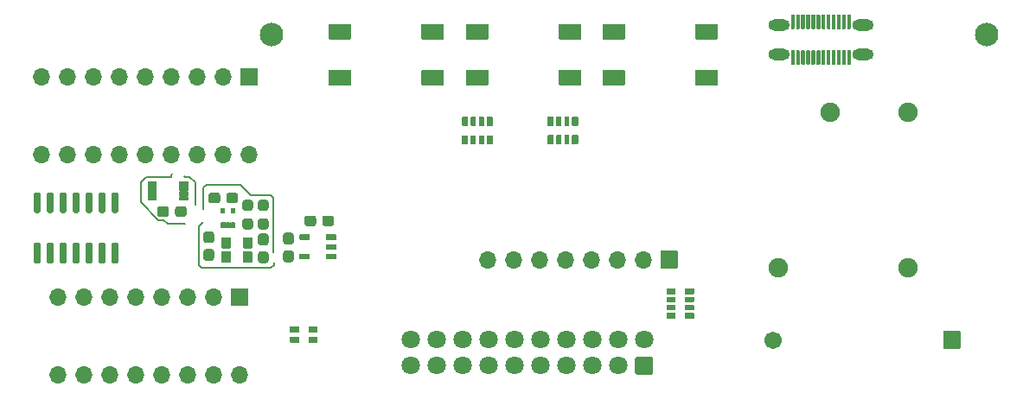
<source format=gts>
G04 #@! TF.GenerationSoftware,KiCad,Pcbnew,(5.1.7)-1*
G04 #@! TF.CreationDate,2021-11-14T21:58:53-06:00*
G04 #@! TF.ProjectId,PIC-nixie,5049432d-6e69-4786-9965-2e6b69636164,rev?*
G04 #@! TF.SameCoordinates,Original*
G04 #@! TF.FileFunction,Soldermask,Top*
G04 #@! TF.FilePolarity,Negative*
%FSLAX46Y46*%
G04 Gerber Fmt 4.6, Leading zero omitted, Abs format (unit mm)*
G04 Created by KiCad (PCBNEW (5.1.7)-1) date 2021-11-14 21:58:53*
%MOMM*%
%LPD*%
G01*
G04 APERTURE LIST*
%ADD10C,0.150000*%
%ADD11C,2.301600*%
%ADD12C,1.701800*%
%ADD13O,2.101600X1.101600*%
%ADD14O,1.701600X1.701600*%
%ADD15C,1.801600*%
%ADD16C,1.901600*%
%ADD17C,0.100000*%
G04 APERTURE END LIST*
D10*
X117810000Y-106840000D02*
X118250000Y-106400000D01*
X117810000Y-110640000D02*
X117810000Y-106840000D01*
X118090000Y-110920000D02*
X117810000Y-110640000D01*
X124890000Y-110920000D02*
X118090000Y-110920000D01*
X125180000Y-110640000D02*
X124890000Y-110920000D01*
X125180000Y-110410000D02*
X125180000Y-110640000D01*
X125170000Y-104060000D02*
X125170000Y-109400000D01*
X124900000Y-103800000D02*
X125170000Y-104060000D01*
X122900000Y-103800000D02*
X124900000Y-103800000D01*
X121900000Y-102800000D02*
X122900000Y-103800000D01*
X118600000Y-102800000D02*
X121900000Y-102800000D01*
X118300000Y-103000000D02*
X118600000Y-102800000D01*
X118300000Y-105100000D02*
X118300000Y-103000000D01*
X117490000Y-102540000D02*
X117480000Y-104730000D01*
X116930000Y-102000000D02*
X117490000Y-102540000D01*
X116900000Y-102000000D02*
X116930000Y-102000000D01*
X116500000Y-102000000D02*
X116900000Y-102000000D01*
X116400000Y-101900000D02*
X116500000Y-102000000D01*
X115100000Y-101800000D02*
X115200000Y-101700000D01*
X115100000Y-102000000D02*
X115100000Y-101800000D01*
X112700000Y-102000000D02*
X115100000Y-102000000D01*
X112170000Y-102550000D02*
X112700000Y-102000000D01*
X112170000Y-103630000D02*
X112170000Y-102550000D01*
X112200000Y-103700000D02*
X112170000Y-103630000D01*
X112200000Y-104500000D02*
X112200000Y-103700000D01*
X113900000Y-106200000D02*
X112200000Y-104500000D01*
X114400000Y-106200000D02*
X113900000Y-106200000D01*
X114800000Y-106600000D02*
X114400000Y-106200000D01*
X116500000Y-106600000D02*
X114800000Y-106600000D01*
X117810000Y-106840000D02*
X118250000Y-106400000D01*
X117810000Y-110640000D02*
X117810000Y-106840000D01*
X118090000Y-110920000D02*
X117810000Y-110640000D01*
X124890000Y-110920000D02*
X118090000Y-110920000D01*
X125180000Y-110640000D02*
X124890000Y-110920000D01*
X125180000Y-110410000D02*
X125180000Y-110640000D01*
X125170000Y-104060000D02*
X125170000Y-109400000D01*
X124900000Y-103800000D02*
X125170000Y-104060000D01*
X122900000Y-103800000D02*
X124900000Y-103800000D01*
X121900000Y-102800000D02*
X122900000Y-103800000D01*
X118600000Y-102800000D02*
X121900000Y-102800000D01*
X118300000Y-103000000D02*
X118600000Y-102800000D01*
X118300000Y-105100000D02*
X118300000Y-103000000D01*
X117490000Y-102540000D02*
X117480000Y-104730000D01*
X116930000Y-102000000D02*
X117490000Y-102540000D01*
X116900000Y-102000000D02*
X116930000Y-102000000D01*
X116500000Y-102000000D02*
X116900000Y-102000000D01*
X116400000Y-101900000D02*
X116500000Y-102000000D01*
X115100000Y-101800000D02*
X115200000Y-101700000D01*
X115100000Y-102000000D02*
X115100000Y-101800000D01*
X112700000Y-102000000D02*
X115100000Y-102000000D01*
X112170000Y-102550000D02*
X112700000Y-102000000D01*
X112170000Y-103630000D02*
X112170000Y-102550000D01*
X112200000Y-103700000D02*
X112170000Y-103630000D01*
X112200000Y-104500000D02*
X112200000Y-103700000D01*
X113900000Y-106200000D02*
X112200000Y-104500000D01*
X114400000Y-106200000D02*
X113900000Y-106200000D01*
X114800000Y-106600000D02*
X114400000Y-106200000D01*
X116500000Y-106600000D02*
X114800000Y-106600000D01*
G36*
G01*
X152029999Y-96089200D02*
X152530001Y-96089200D01*
G75*
G02*
X152580800Y-96139999I0J-50799D01*
G01*
X152580800Y-96940001D01*
G75*
G02*
X152530001Y-96990800I-50799J0D01*
G01*
X152029999Y-96990800D01*
G75*
G02*
X151979200Y-96940001I0J50799D01*
G01*
X151979200Y-96139999D01*
G75*
G02*
X152029999Y-96089200I50799J0D01*
G01*
G37*
G36*
G01*
X152880000Y-96089200D02*
X153280000Y-96089200D01*
G75*
G02*
X153330800Y-96140000I0J-50800D01*
G01*
X153330800Y-96940000D01*
G75*
G02*
X153280000Y-96990800I-50800J0D01*
G01*
X152880000Y-96990800D01*
G75*
G02*
X152829200Y-96940000I0J50800D01*
G01*
X152829200Y-96140000D01*
G75*
G02*
X152880000Y-96089200I50800J0D01*
G01*
G37*
G36*
G01*
X154429999Y-96089200D02*
X154930001Y-96089200D01*
G75*
G02*
X154980800Y-96139999I0J-50799D01*
G01*
X154980800Y-96940001D01*
G75*
G02*
X154930001Y-96990800I-50799J0D01*
G01*
X154429999Y-96990800D01*
G75*
G02*
X154379200Y-96940001I0J50799D01*
G01*
X154379200Y-96139999D01*
G75*
G02*
X154429999Y-96089200I50799J0D01*
G01*
G37*
G36*
G01*
X153680000Y-96089200D02*
X154080000Y-96089200D01*
G75*
G02*
X154130800Y-96140000I0J-50800D01*
G01*
X154130800Y-96940000D01*
G75*
G02*
X154080000Y-96990800I-50800J0D01*
G01*
X153680000Y-96990800D01*
G75*
G02*
X153629200Y-96940000I0J50800D01*
G01*
X153629200Y-96140000D01*
G75*
G02*
X153680000Y-96089200I50800J0D01*
G01*
G37*
G36*
G01*
X152029999Y-97889200D02*
X152530001Y-97889200D01*
G75*
G02*
X152580800Y-97939999I0J-50799D01*
G01*
X152580800Y-98740001D01*
G75*
G02*
X152530001Y-98790800I-50799J0D01*
G01*
X152029999Y-98790800D01*
G75*
G02*
X151979200Y-98740001I0J50799D01*
G01*
X151979200Y-97939999D01*
G75*
G02*
X152029999Y-97889200I50799J0D01*
G01*
G37*
G36*
G01*
X153680000Y-97889200D02*
X154080000Y-97889200D01*
G75*
G02*
X154130800Y-97940000I0J-50800D01*
G01*
X154130800Y-98740000D01*
G75*
G02*
X154080000Y-98790800I-50800J0D01*
G01*
X153680000Y-98790800D01*
G75*
G02*
X153629200Y-98740000I0J50800D01*
G01*
X153629200Y-97940000D01*
G75*
G02*
X153680000Y-97889200I50800J0D01*
G01*
G37*
G36*
G01*
X152880000Y-97889200D02*
X153280000Y-97889200D01*
G75*
G02*
X153330800Y-97940000I0J-50800D01*
G01*
X153330800Y-98740000D01*
G75*
G02*
X153280000Y-98790800I-50800J0D01*
G01*
X152880000Y-98790800D01*
G75*
G02*
X152829200Y-98740000I0J50800D01*
G01*
X152829200Y-97940000D01*
G75*
G02*
X152880000Y-97889200I50800J0D01*
G01*
G37*
G36*
G01*
X154429999Y-97889200D02*
X154930001Y-97889200D01*
G75*
G02*
X154980800Y-97939999I0J-50799D01*
G01*
X154980800Y-98740001D01*
G75*
G02*
X154930001Y-98790800I-50799J0D01*
G01*
X154429999Y-98790800D01*
G75*
G02*
X154379200Y-98740001I0J50799D01*
G01*
X154379200Y-97939999D01*
G75*
G02*
X154429999Y-97889200I50799J0D01*
G01*
G37*
D11*
X125000000Y-88000000D03*
G36*
G01*
X192430900Y-117165900D02*
X192430900Y-118766100D01*
G75*
G02*
X192380100Y-118816900I-50800J0D01*
G01*
X190779900Y-118816900D01*
G75*
G02*
X190729100Y-118766100I0J50800D01*
G01*
X190729100Y-117165900D01*
G75*
G02*
X190779900Y-117115100I50800J0D01*
G01*
X192380100Y-117115100D01*
G75*
G02*
X192430900Y-117165900I0J-50800D01*
G01*
G37*
D12*
X174080000Y-117966000D03*
G36*
G01*
X128725300Y-109584101D02*
X128725300Y-110015901D01*
G75*
G02*
X128674500Y-110066701I-50800J0D01*
G01*
X127747400Y-110066701D01*
G75*
G02*
X127696600Y-110015901I0J50800D01*
G01*
X127696600Y-109584101D01*
G75*
G02*
X127747400Y-109533301I50800J0D01*
G01*
X128674500Y-109533301D01*
G75*
G02*
X128725300Y-109584101I0J-50800D01*
G01*
G37*
G36*
G01*
X128725300Y-107684099D02*
X128725300Y-108115899D01*
G75*
G02*
X128674500Y-108166699I-50800J0D01*
G01*
X127747400Y-108166699D01*
G75*
G02*
X127696600Y-108115899I0J50800D01*
G01*
X127696600Y-107684099D01*
G75*
G02*
X127747400Y-107633299I50800J0D01*
G01*
X128674500Y-107633299D01*
G75*
G02*
X128725300Y-107684099I0J-50800D01*
G01*
G37*
G36*
G01*
X131303400Y-107684099D02*
X131303400Y-108115899D01*
G75*
G02*
X131252600Y-108166699I-50800J0D01*
G01*
X130325500Y-108166699D01*
G75*
G02*
X130274700Y-108115899I0J50800D01*
G01*
X130274700Y-107684099D01*
G75*
G02*
X130325500Y-107633299I50800J0D01*
G01*
X131252600Y-107633299D01*
G75*
G02*
X131303400Y-107684099I0J-50800D01*
G01*
G37*
G36*
G01*
X131303400Y-108634100D02*
X131303400Y-109065900D01*
G75*
G02*
X131252600Y-109116700I-50800J0D01*
G01*
X130325500Y-109116700D01*
G75*
G02*
X130274700Y-109065900I0J50800D01*
G01*
X130274700Y-108634100D01*
G75*
G02*
X130325500Y-108583300I50800J0D01*
G01*
X131252600Y-108583300D01*
G75*
G02*
X131303400Y-108634100I0J-50800D01*
G01*
G37*
G36*
G01*
X131303400Y-109584101D02*
X131303400Y-110015901D01*
G75*
G02*
X131252600Y-110066701I-50800J0D01*
G01*
X130325500Y-110066701D01*
G75*
G02*
X130274700Y-110015901I0J50800D01*
G01*
X130274700Y-109584101D01*
G75*
G02*
X130325500Y-109533301I50800J0D01*
G01*
X131252600Y-109533301D01*
G75*
G02*
X131303400Y-109584101I0J-50800D01*
G01*
G37*
D11*
X195000000Y-88000000D03*
D13*
X174650000Y-87064000D03*
X182850000Y-87064000D03*
X174650000Y-90004000D03*
X182850000Y-90004000D03*
G36*
G01*
X178314200Y-87434000D02*
X178314200Y-86134000D01*
G75*
G02*
X178365000Y-86083200I50800J0D01*
G01*
X178635000Y-86083200D01*
G75*
G02*
X178685800Y-86134000I0J-50800D01*
G01*
X178685800Y-87434000D01*
G75*
G02*
X178635000Y-87484800I-50800J0D01*
G01*
X178365000Y-87484800D01*
G75*
G02*
X178314200Y-87434000I0J50800D01*
G01*
G37*
G36*
G01*
X177814200Y-87434000D02*
X177814200Y-86134000D01*
G75*
G02*
X177865000Y-86083200I50800J0D01*
G01*
X178135000Y-86083200D01*
G75*
G02*
X178185800Y-86134000I0J-50800D01*
G01*
X178185800Y-87434000D01*
G75*
G02*
X178135000Y-87484800I-50800J0D01*
G01*
X177865000Y-87484800D01*
G75*
G02*
X177814200Y-87434000I0J50800D01*
G01*
G37*
G36*
G01*
X177314200Y-87434000D02*
X177314200Y-86134000D01*
G75*
G02*
X177365000Y-86083200I50800J0D01*
G01*
X177635000Y-86083200D01*
G75*
G02*
X177685800Y-86134000I0J-50800D01*
G01*
X177685800Y-87434000D01*
G75*
G02*
X177635000Y-87484800I-50800J0D01*
G01*
X177365000Y-87484800D01*
G75*
G02*
X177314200Y-87434000I0J50800D01*
G01*
G37*
G36*
G01*
X176814200Y-87434000D02*
X176814200Y-86134000D01*
G75*
G02*
X176865000Y-86083200I50800J0D01*
G01*
X177135000Y-86083200D01*
G75*
G02*
X177185800Y-86134000I0J-50800D01*
G01*
X177185800Y-87434000D01*
G75*
G02*
X177135000Y-87484800I-50800J0D01*
G01*
X176865000Y-87484800D01*
G75*
G02*
X176814200Y-87434000I0J50800D01*
G01*
G37*
G36*
G01*
X176314200Y-87434000D02*
X176314200Y-86134000D01*
G75*
G02*
X176365000Y-86083200I50800J0D01*
G01*
X176635000Y-86083200D01*
G75*
G02*
X176685800Y-86134000I0J-50800D01*
G01*
X176685800Y-87434000D01*
G75*
G02*
X176635000Y-87484800I-50800J0D01*
G01*
X176365000Y-87484800D01*
G75*
G02*
X176314200Y-87434000I0J50800D01*
G01*
G37*
G36*
G01*
X175814200Y-87434000D02*
X175814200Y-86134000D01*
G75*
G02*
X175865000Y-86083200I50800J0D01*
G01*
X176135000Y-86083200D01*
G75*
G02*
X176185800Y-86134000I0J-50800D01*
G01*
X176185800Y-87434000D01*
G75*
G02*
X176135000Y-87484800I-50800J0D01*
G01*
X175865000Y-87484800D01*
G75*
G02*
X175814200Y-87434000I0J50800D01*
G01*
G37*
G36*
G01*
X181314200Y-87434000D02*
X181314200Y-86134000D01*
G75*
G02*
X181365000Y-86083200I50800J0D01*
G01*
X181635000Y-86083200D01*
G75*
G02*
X181685800Y-86134000I0J-50800D01*
G01*
X181685800Y-87434000D01*
G75*
G02*
X181635000Y-87484800I-50800J0D01*
G01*
X181365000Y-87484800D01*
G75*
G02*
X181314200Y-87434000I0J50800D01*
G01*
G37*
G36*
G01*
X180814200Y-87434000D02*
X180814200Y-86134000D01*
G75*
G02*
X180865000Y-86083200I50800J0D01*
G01*
X181135000Y-86083200D01*
G75*
G02*
X181185800Y-86134000I0J-50800D01*
G01*
X181185800Y-87434000D01*
G75*
G02*
X181135000Y-87484800I-50800J0D01*
G01*
X180865000Y-87484800D01*
G75*
G02*
X180814200Y-87434000I0J50800D01*
G01*
G37*
G36*
G01*
X180314200Y-87434000D02*
X180314200Y-86134000D01*
G75*
G02*
X180365000Y-86083200I50800J0D01*
G01*
X180635000Y-86083200D01*
G75*
G02*
X180685800Y-86134000I0J-50800D01*
G01*
X180685800Y-87434000D01*
G75*
G02*
X180635000Y-87484800I-50800J0D01*
G01*
X180365000Y-87484800D01*
G75*
G02*
X180314200Y-87434000I0J50800D01*
G01*
G37*
G36*
G01*
X179814200Y-87434000D02*
X179814200Y-86134000D01*
G75*
G02*
X179865000Y-86083200I50800J0D01*
G01*
X180135000Y-86083200D01*
G75*
G02*
X180185800Y-86134000I0J-50800D01*
G01*
X180185800Y-87434000D01*
G75*
G02*
X180135000Y-87484800I-50800J0D01*
G01*
X179865000Y-87484800D01*
G75*
G02*
X179814200Y-87434000I0J50800D01*
G01*
G37*
G36*
G01*
X179314200Y-87434000D02*
X179314200Y-86134000D01*
G75*
G02*
X179365000Y-86083200I50800J0D01*
G01*
X179635000Y-86083200D01*
G75*
G02*
X179685800Y-86134000I0J-50800D01*
G01*
X179685800Y-87434000D01*
G75*
G02*
X179635000Y-87484800I-50800J0D01*
G01*
X179365000Y-87484800D01*
G75*
G02*
X179314200Y-87434000I0J50800D01*
G01*
G37*
G36*
G01*
X178814200Y-87434000D02*
X178814200Y-86134000D01*
G75*
G02*
X178865000Y-86083200I50800J0D01*
G01*
X179135000Y-86083200D01*
G75*
G02*
X179185800Y-86134000I0J-50800D01*
G01*
X179185800Y-87434000D01*
G75*
G02*
X179135000Y-87484800I-50800J0D01*
G01*
X178865000Y-87484800D01*
G75*
G02*
X178814200Y-87434000I0J50800D01*
G01*
G37*
G36*
G01*
X175814200Y-90934000D02*
X175814200Y-89634000D01*
G75*
G02*
X175865000Y-89583200I50800J0D01*
G01*
X176135000Y-89583200D01*
G75*
G02*
X176185800Y-89634000I0J-50800D01*
G01*
X176185800Y-90934000D01*
G75*
G02*
X176135000Y-90984800I-50800J0D01*
G01*
X175865000Y-90984800D01*
G75*
G02*
X175814200Y-90934000I0J50800D01*
G01*
G37*
G36*
G01*
X176314200Y-90934000D02*
X176314200Y-89634000D01*
G75*
G02*
X176365000Y-89583200I50800J0D01*
G01*
X176635000Y-89583200D01*
G75*
G02*
X176685800Y-89634000I0J-50800D01*
G01*
X176685800Y-90934000D01*
G75*
G02*
X176635000Y-90984800I-50800J0D01*
G01*
X176365000Y-90984800D01*
G75*
G02*
X176314200Y-90934000I0J50800D01*
G01*
G37*
G36*
G01*
X176814200Y-90934000D02*
X176814200Y-89634000D01*
G75*
G02*
X176865000Y-89583200I50800J0D01*
G01*
X177135000Y-89583200D01*
G75*
G02*
X177185800Y-89634000I0J-50800D01*
G01*
X177185800Y-90934000D01*
G75*
G02*
X177135000Y-90984800I-50800J0D01*
G01*
X176865000Y-90984800D01*
G75*
G02*
X176814200Y-90934000I0J50800D01*
G01*
G37*
G36*
G01*
X177314200Y-90934000D02*
X177314200Y-89634000D01*
G75*
G02*
X177365000Y-89583200I50800J0D01*
G01*
X177635000Y-89583200D01*
G75*
G02*
X177685800Y-89634000I0J-50800D01*
G01*
X177685800Y-90934000D01*
G75*
G02*
X177635000Y-90984800I-50800J0D01*
G01*
X177365000Y-90984800D01*
G75*
G02*
X177314200Y-90934000I0J50800D01*
G01*
G37*
G36*
G01*
X177814200Y-90934000D02*
X177814200Y-89634000D01*
G75*
G02*
X177865000Y-89583200I50800J0D01*
G01*
X178135000Y-89583200D01*
G75*
G02*
X178185800Y-89634000I0J-50800D01*
G01*
X178185800Y-90934000D01*
G75*
G02*
X178135000Y-90984800I-50800J0D01*
G01*
X177865000Y-90984800D01*
G75*
G02*
X177814200Y-90934000I0J50800D01*
G01*
G37*
G36*
G01*
X178314200Y-90934000D02*
X178314200Y-89634000D01*
G75*
G02*
X178365000Y-89583200I50800J0D01*
G01*
X178635000Y-89583200D01*
G75*
G02*
X178685800Y-89634000I0J-50800D01*
G01*
X178685800Y-90934000D01*
G75*
G02*
X178635000Y-90984800I-50800J0D01*
G01*
X178365000Y-90984800D01*
G75*
G02*
X178314200Y-90934000I0J50800D01*
G01*
G37*
G36*
G01*
X178814200Y-90934000D02*
X178814200Y-89634000D01*
G75*
G02*
X178865000Y-89583200I50800J0D01*
G01*
X179135000Y-89583200D01*
G75*
G02*
X179185800Y-89634000I0J-50800D01*
G01*
X179185800Y-90934000D01*
G75*
G02*
X179135000Y-90984800I-50800J0D01*
G01*
X178865000Y-90984800D01*
G75*
G02*
X178814200Y-90934000I0J50800D01*
G01*
G37*
G36*
G01*
X179814200Y-90934000D02*
X179814200Y-89634000D01*
G75*
G02*
X179865000Y-89583200I50800J0D01*
G01*
X180135000Y-89583200D01*
G75*
G02*
X180185800Y-89634000I0J-50800D01*
G01*
X180185800Y-90934000D01*
G75*
G02*
X180135000Y-90984800I-50800J0D01*
G01*
X179865000Y-90984800D01*
G75*
G02*
X179814200Y-90934000I0J50800D01*
G01*
G37*
G36*
G01*
X179314200Y-90934000D02*
X179314200Y-89634000D01*
G75*
G02*
X179365000Y-89583200I50800J0D01*
G01*
X179635000Y-89583200D01*
G75*
G02*
X179685800Y-89634000I0J-50800D01*
G01*
X179685800Y-90934000D01*
G75*
G02*
X179635000Y-90984800I-50800J0D01*
G01*
X179365000Y-90984800D01*
G75*
G02*
X179314200Y-90934000I0J50800D01*
G01*
G37*
G36*
G01*
X180314200Y-90934000D02*
X180314200Y-89634000D01*
G75*
G02*
X180365000Y-89583200I50800J0D01*
G01*
X180635000Y-89583200D01*
G75*
G02*
X180685800Y-89634000I0J-50800D01*
G01*
X180685800Y-90934000D01*
G75*
G02*
X180635000Y-90984800I-50800J0D01*
G01*
X180365000Y-90984800D01*
G75*
G02*
X180314200Y-90934000I0J50800D01*
G01*
G37*
G36*
G01*
X180814200Y-90934000D02*
X180814200Y-89634000D01*
G75*
G02*
X180865000Y-89583200I50800J0D01*
G01*
X181135000Y-89583200D01*
G75*
G02*
X181185800Y-89634000I0J-50800D01*
G01*
X181185800Y-90934000D01*
G75*
G02*
X181135000Y-90984800I-50800J0D01*
G01*
X180865000Y-90984800D01*
G75*
G02*
X180814200Y-90934000I0J50800D01*
G01*
G37*
G36*
G01*
X181314200Y-90934000D02*
X181314200Y-89634000D01*
G75*
G02*
X181365000Y-89583200I50800J0D01*
G01*
X181635000Y-89583200D01*
G75*
G02*
X181685800Y-89634000I0J-50800D01*
G01*
X181685800Y-90934000D01*
G75*
G02*
X181635000Y-90984800I-50800J0D01*
G01*
X181365000Y-90984800D01*
G75*
G02*
X181314200Y-90934000I0J50800D01*
G01*
G37*
G36*
G01*
X121000000Y-112924200D02*
X122600000Y-112924200D01*
G75*
G02*
X122650800Y-112975000I0J-50800D01*
G01*
X122650800Y-114575000D01*
G75*
G02*
X122600000Y-114625800I-50800J0D01*
G01*
X121000000Y-114625800D01*
G75*
G02*
X120949200Y-114575000I0J50800D01*
G01*
X120949200Y-112975000D01*
G75*
G02*
X121000000Y-112924200I50800J0D01*
G01*
G37*
D14*
X104020000Y-121395000D03*
X119260000Y-113775000D03*
X106560000Y-121395000D03*
X116720000Y-113775000D03*
X109100000Y-121395000D03*
X114180000Y-113775000D03*
X111640000Y-121395000D03*
X111640000Y-113775000D03*
X114180000Y-121395000D03*
X109100000Y-113775000D03*
X116720000Y-121395000D03*
X106560000Y-113775000D03*
X119260000Y-121395000D03*
X104020000Y-113775000D03*
X121800000Y-121395000D03*
G36*
G01*
X162065859Y-121400800D02*
X160794141Y-121400800D01*
G75*
G02*
X160529200Y-121135859I0J264941D01*
G01*
X160529200Y-119864141D01*
G75*
G02*
X160794141Y-119599200I264941J0D01*
G01*
X162065859Y-119599200D01*
G75*
G02*
X162330800Y-119864141I0J-264941D01*
G01*
X162330800Y-121135859D01*
G75*
G02*
X162065859Y-121400800I-264941J0D01*
G01*
G37*
D15*
X158890000Y-120500000D03*
X156350000Y-120500000D03*
X153810000Y-120500000D03*
X151270000Y-120500000D03*
X148730000Y-120500000D03*
X146190000Y-120500000D03*
X143650000Y-120500000D03*
X141110000Y-120500000D03*
X138570000Y-120500000D03*
X161430000Y-117960000D03*
X158890000Y-117960000D03*
X156350000Y-117960000D03*
X153810000Y-117960000D03*
X151270000Y-117960000D03*
X148730000Y-117960000D03*
X146190000Y-117960000D03*
X143650000Y-117960000D03*
X141110000Y-117960000D03*
X138570000Y-117960000D03*
G36*
G01*
X112875000Y-102394200D02*
X113675000Y-102394200D01*
G75*
G02*
X113725800Y-102445000I0J-50800D01*
G01*
X113725800Y-102745000D01*
G75*
G02*
X113675000Y-102795800I-50800J0D01*
G01*
X112875000Y-102795800D01*
G75*
G02*
X112824200Y-102745000I0J50800D01*
G01*
X112824200Y-102445000D01*
G75*
G02*
X112875000Y-102394200I50800J0D01*
G01*
G37*
G36*
G01*
X112875000Y-102894200D02*
X113675000Y-102894200D01*
G75*
G02*
X113725800Y-102945000I0J-50800D01*
G01*
X113725800Y-103245000D01*
G75*
G02*
X113675000Y-103295800I-50800J0D01*
G01*
X112875000Y-103295800D01*
G75*
G02*
X112824200Y-103245000I0J50800D01*
G01*
X112824200Y-102945000D01*
G75*
G02*
X112875000Y-102894200I50800J0D01*
G01*
G37*
G36*
G01*
X112875000Y-103394200D02*
X113675000Y-103394200D01*
G75*
G02*
X113725800Y-103445000I0J-50800D01*
G01*
X113725800Y-103745000D01*
G75*
G02*
X113675000Y-103795800I-50800J0D01*
G01*
X112875000Y-103795800D01*
G75*
G02*
X112824200Y-103745000I0J50800D01*
G01*
X112824200Y-103445000D01*
G75*
G02*
X112875000Y-103394200I50800J0D01*
G01*
G37*
G36*
G01*
X112875000Y-103894200D02*
X113675000Y-103894200D01*
G75*
G02*
X113725800Y-103945000I0J-50800D01*
G01*
X113725800Y-104245000D01*
G75*
G02*
X113675000Y-104295800I-50800J0D01*
G01*
X112875000Y-104295800D01*
G75*
G02*
X112824200Y-104245000I0J50800D01*
G01*
X112824200Y-103945000D01*
G75*
G02*
X112875000Y-103894200I50800J0D01*
G01*
G37*
G36*
G01*
X115975000Y-103894200D02*
X116775000Y-103894200D01*
G75*
G02*
X116825800Y-103945000I0J-50800D01*
G01*
X116825800Y-104245000D01*
G75*
G02*
X116775000Y-104295800I-50800J0D01*
G01*
X115975000Y-104295800D01*
G75*
G02*
X115924200Y-104245000I0J50800D01*
G01*
X115924200Y-103945000D01*
G75*
G02*
X115975000Y-103894200I50800J0D01*
G01*
G37*
G36*
G01*
X115975000Y-103394200D02*
X116775000Y-103394200D01*
G75*
G02*
X116825800Y-103445000I0J-50800D01*
G01*
X116825800Y-103745000D01*
G75*
G02*
X116775000Y-103795800I-50800J0D01*
G01*
X115975000Y-103795800D01*
G75*
G02*
X115924200Y-103745000I0J50800D01*
G01*
X115924200Y-103445000D01*
G75*
G02*
X115975000Y-103394200I50800J0D01*
G01*
G37*
G36*
G01*
X115975000Y-102894200D02*
X116775000Y-102894200D01*
G75*
G02*
X116825800Y-102945000I0J-50800D01*
G01*
X116825800Y-103245000D01*
G75*
G02*
X116775000Y-103295800I-50800J0D01*
G01*
X115975000Y-103295800D01*
G75*
G02*
X115924200Y-103245000I0J50800D01*
G01*
X115924200Y-102945000D01*
G75*
G02*
X115975000Y-102894200I50800J0D01*
G01*
G37*
G36*
G01*
X115975000Y-102394200D02*
X116775000Y-102394200D01*
G75*
G02*
X116825800Y-102445000I0J-50800D01*
G01*
X116825800Y-102745000D01*
G75*
G02*
X116775000Y-102795800I-50800J0D01*
G01*
X115975000Y-102795800D01*
G75*
G02*
X115924200Y-102745000I0J50800D01*
G01*
X115924200Y-102445000D01*
G75*
G02*
X115975000Y-102394200I50800J0D01*
G01*
G37*
G36*
G01*
X121350000Y-105596800D02*
X121050000Y-105596800D01*
G75*
G02*
X120999200Y-105546000I0J50800D01*
G01*
X120999200Y-105096000D01*
G75*
G02*
X121050000Y-105045200I50800J0D01*
G01*
X121350000Y-105045200D01*
G75*
G02*
X121400800Y-105096000I0J-50800D01*
G01*
X121400800Y-105546000D01*
G75*
G02*
X121350000Y-105596800I-50800J0D01*
G01*
G37*
G36*
G01*
X120850000Y-106996800D02*
X120550000Y-106996800D01*
G75*
G02*
X120499200Y-106946000I0J50800D01*
G01*
X120499200Y-106496000D01*
G75*
G02*
X120550000Y-106445200I50800J0D01*
G01*
X120850000Y-106445200D01*
G75*
G02*
X120900800Y-106496000I0J-50800D01*
G01*
X120900800Y-106946000D01*
G75*
G02*
X120850000Y-106996800I-50800J0D01*
G01*
G37*
G36*
G01*
X120350000Y-105596800D02*
X120050000Y-105596800D01*
G75*
G02*
X119999200Y-105546000I0J50800D01*
G01*
X119999200Y-105096000D01*
G75*
G02*
X120050000Y-105045200I50800J0D01*
G01*
X120350000Y-105045200D01*
G75*
G02*
X120400800Y-105096000I0J-50800D01*
G01*
X120400800Y-105546000D01*
G75*
G02*
X120350000Y-105596800I-50800J0D01*
G01*
G37*
G36*
G01*
X121350000Y-106996800D02*
X121050000Y-106996800D01*
G75*
G02*
X120999200Y-106946000I0J50800D01*
G01*
X120999200Y-106496000D01*
G75*
G02*
X121050000Y-106445200I50800J0D01*
G01*
X121350000Y-106445200D01*
G75*
G02*
X121400800Y-106496000I0J-50800D01*
G01*
X121400800Y-106946000D01*
G75*
G02*
X121350000Y-106996800I-50800J0D01*
G01*
G37*
G36*
G01*
X120350000Y-106996800D02*
X120050000Y-106996800D01*
G75*
G02*
X119999200Y-106946000I0J50800D01*
G01*
X119999200Y-106496000D01*
G75*
G02*
X120050000Y-106445200I50800J0D01*
G01*
X120350000Y-106445200D01*
G75*
G02*
X120400800Y-106496000I0J-50800D01*
G01*
X120400800Y-106946000D01*
G75*
G02*
X120350000Y-106996800I-50800J0D01*
G01*
G37*
G36*
G01*
X123065800Y-107939000D02*
X123065800Y-108939000D01*
G75*
G02*
X123015000Y-108989800I-50800J0D01*
G01*
X122215000Y-108989800D01*
G75*
G02*
X122164200Y-108939000I0J50800D01*
G01*
X122164200Y-107939000D01*
G75*
G02*
X122215000Y-107888200I50800J0D01*
G01*
X123015000Y-107888200D01*
G75*
G02*
X123065800Y-107939000I0J-50800D01*
G01*
G37*
G36*
G01*
X120965800Y-107939000D02*
X120965800Y-108939000D01*
G75*
G02*
X120915000Y-108989800I-50800J0D01*
G01*
X120115000Y-108989800D01*
G75*
G02*
X120064200Y-108939000I0J50800D01*
G01*
X120064200Y-107939000D01*
G75*
G02*
X120115000Y-107888200I50800J0D01*
G01*
X120915000Y-107888200D01*
G75*
G02*
X120965800Y-107939000I0J-50800D01*
G01*
G37*
G36*
G01*
X120965800Y-109339000D02*
X120965800Y-110339000D01*
G75*
G02*
X120915000Y-110389800I-50800J0D01*
G01*
X120115000Y-110389800D01*
G75*
G02*
X120064200Y-110339000I0J50800D01*
G01*
X120064200Y-109339000D01*
G75*
G02*
X120115000Y-109288200I50800J0D01*
G01*
X120915000Y-109288200D01*
G75*
G02*
X120965800Y-109339000I0J-50800D01*
G01*
G37*
G36*
G01*
X123065800Y-109339000D02*
X123065800Y-110339000D01*
G75*
G02*
X123015000Y-110389800I-50800J0D01*
G01*
X122215000Y-110389800D01*
G75*
G02*
X122164200Y-110339000I0J50800D01*
G01*
X122164200Y-109339000D01*
G75*
G02*
X122215000Y-109288200I50800J0D01*
G01*
X123015000Y-109288200D01*
G75*
G02*
X123065800Y-109339000I0J-50800D01*
G01*
G37*
G36*
G01*
X122893900Y-107137300D02*
X122368100Y-107137300D01*
G75*
G02*
X122105200Y-106874400I0J262900D01*
G01*
X122105200Y-106323600D01*
G75*
G02*
X122368100Y-106060700I262900J0D01*
G01*
X122893900Y-106060700D01*
G75*
G02*
X123156800Y-106323600I0J-262900D01*
G01*
X123156800Y-106874400D01*
G75*
G02*
X122893900Y-107137300I-262900J0D01*
G01*
G37*
G36*
G01*
X122893900Y-105312300D02*
X122368100Y-105312300D01*
G75*
G02*
X122105200Y-105049400I0J262900D01*
G01*
X122105200Y-104498600D01*
G75*
G02*
X122368100Y-104235700I262900J0D01*
G01*
X122893900Y-104235700D01*
G75*
G02*
X123156800Y-104498600I0J-262900D01*
G01*
X123156800Y-105049400D01*
G75*
G02*
X122893900Y-105312300I-262900J0D01*
G01*
G37*
G36*
G01*
X124417900Y-107137300D02*
X123892100Y-107137300D01*
G75*
G02*
X123629200Y-106874400I0J262900D01*
G01*
X123629200Y-106323600D01*
G75*
G02*
X123892100Y-106060700I262900J0D01*
G01*
X124417900Y-106060700D01*
G75*
G02*
X124680800Y-106323600I0J-262900D01*
G01*
X124680800Y-106874400D01*
G75*
G02*
X124417900Y-107137300I-262900J0D01*
G01*
G37*
G36*
G01*
X124417900Y-105312300D02*
X123892100Y-105312300D01*
G75*
G02*
X123629200Y-105049400I0J262900D01*
G01*
X123629200Y-104498600D01*
G75*
G02*
X123892100Y-104235700I262900J0D01*
G01*
X124417900Y-104235700D01*
G75*
G02*
X124680800Y-104498600I0J-262900D01*
G01*
X124680800Y-105049400D01*
G75*
G02*
X124417900Y-105312300I-262900J0D01*
G01*
G37*
G36*
G01*
X114918800Y-105118100D02*
X114918800Y-105643900D01*
G75*
G02*
X114655900Y-105906800I-262900J0D01*
G01*
X114030100Y-105906800D01*
G75*
G02*
X113767200Y-105643900I0J262900D01*
G01*
X113767200Y-105118100D01*
G75*
G02*
X114030100Y-104855200I262900J0D01*
G01*
X114655900Y-104855200D01*
G75*
G02*
X114918800Y-105118100I0J-262900D01*
G01*
G37*
G36*
G01*
X116668800Y-105118100D02*
X116668800Y-105643900D01*
G75*
G02*
X116405900Y-105906800I-262900J0D01*
G01*
X115780100Y-105906800D01*
G75*
G02*
X115517200Y-105643900I0J262900D01*
G01*
X115517200Y-105118100D01*
G75*
G02*
X115780100Y-104855200I262900J0D01*
G01*
X116405900Y-104855200D01*
G75*
G02*
X116668800Y-105118100I0J-262900D01*
G01*
G37*
G36*
G01*
X124417900Y-110448800D02*
X123892100Y-110448800D01*
G75*
G02*
X123629200Y-110185900I0J262900D01*
G01*
X123629200Y-109560100D01*
G75*
G02*
X123892100Y-109297200I262900J0D01*
G01*
X124417900Y-109297200D01*
G75*
G02*
X124680800Y-109560100I0J-262900D01*
G01*
X124680800Y-110185900D01*
G75*
G02*
X124417900Y-110448800I-262900J0D01*
G01*
G37*
G36*
G01*
X124417900Y-108698800D02*
X123892100Y-108698800D01*
G75*
G02*
X123629200Y-108435900I0J262900D01*
G01*
X123629200Y-107810100D01*
G75*
G02*
X123892100Y-107547200I262900J0D01*
G01*
X124417900Y-107547200D01*
G75*
G02*
X124680800Y-107810100I0J-262900D01*
G01*
X124680800Y-108435900D01*
G75*
G02*
X124417900Y-108698800I-262900J0D01*
G01*
G37*
G36*
G01*
X118781200Y-104321900D02*
X118781200Y-103796100D01*
G75*
G02*
X119044100Y-103533200I262900J0D01*
G01*
X119669900Y-103533200D01*
G75*
G02*
X119932800Y-103796100I0J-262900D01*
G01*
X119932800Y-104321900D01*
G75*
G02*
X119669900Y-104584800I-262900J0D01*
G01*
X119044100Y-104584800D01*
G75*
G02*
X118781200Y-104321900I0J262900D01*
G01*
G37*
G36*
G01*
X120531200Y-104321900D02*
X120531200Y-103796100D01*
G75*
G02*
X120794100Y-103533200I262900J0D01*
G01*
X121419900Y-103533200D01*
G75*
G02*
X121682800Y-103796100I0J-262900D01*
G01*
X121682800Y-104321900D01*
G75*
G02*
X121419900Y-104584800I-262900J0D01*
G01*
X120794100Y-104584800D01*
G75*
G02*
X120531200Y-104321900I0J262900D01*
G01*
G37*
G36*
G01*
X119083900Y-110222800D02*
X118558100Y-110222800D01*
G75*
G02*
X118295200Y-109959900I0J262900D01*
G01*
X118295200Y-109334100D01*
G75*
G02*
X118558100Y-109071200I262900J0D01*
G01*
X119083900Y-109071200D01*
G75*
G02*
X119346800Y-109334100I0J-262900D01*
G01*
X119346800Y-109959900D01*
G75*
G02*
X119083900Y-110222800I-262900J0D01*
G01*
G37*
G36*
G01*
X119083900Y-108472800D02*
X118558100Y-108472800D01*
G75*
G02*
X118295200Y-108209900I0J262900D01*
G01*
X118295200Y-107584100D01*
G75*
G02*
X118558100Y-107321200I262900J0D01*
G01*
X119083900Y-107321200D01*
G75*
G02*
X119346800Y-107584100I0J-262900D01*
G01*
X119346800Y-108209900D01*
G75*
G02*
X119083900Y-108472800I-262900J0D01*
G01*
G37*
G36*
G01*
X109459600Y-108437200D02*
X109810400Y-108437200D01*
G75*
G02*
X109985800Y-108612600I0J-175400D01*
G01*
X109985800Y-110313400D01*
G75*
G02*
X109810400Y-110488800I-175400J0D01*
G01*
X109459600Y-110488800D01*
G75*
G02*
X109284200Y-110313400I0J175400D01*
G01*
X109284200Y-108612600D01*
G75*
G02*
X109459600Y-108437200I175400J0D01*
G01*
G37*
G36*
G01*
X108189600Y-108437200D02*
X108540400Y-108437200D01*
G75*
G02*
X108715800Y-108612600I0J-175400D01*
G01*
X108715800Y-110313400D01*
G75*
G02*
X108540400Y-110488800I-175400J0D01*
G01*
X108189600Y-110488800D01*
G75*
G02*
X108014200Y-110313400I0J175400D01*
G01*
X108014200Y-108612600D01*
G75*
G02*
X108189600Y-108437200I175400J0D01*
G01*
G37*
G36*
G01*
X106919600Y-108437200D02*
X107270400Y-108437200D01*
G75*
G02*
X107445800Y-108612600I0J-175400D01*
G01*
X107445800Y-110313400D01*
G75*
G02*
X107270400Y-110488800I-175400J0D01*
G01*
X106919600Y-110488800D01*
G75*
G02*
X106744200Y-110313400I0J175400D01*
G01*
X106744200Y-108612600D01*
G75*
G02*
X106919600Y-108437200I175400J0D01*
G01*
G37*
G36*
G01*
X105649600Y-108437200D02*
X106000400Y-108437200D01*
G75*
G02*
X106175800Y-108612600I0J-175400D01*
G01*
X106175800Y-110313400D01*
G75*
G02*
X106000400Y-110488800I-175400J0D01*
G01*
X105649600Y-110488800D01*
G75*
G02*
X105474200Y-110313400I0J175400D01*
G01*
X105474200Y-108612600D01*
G75*
G02*
X105649600Y-108437200I175400J0D01*
G01*
G37*
G36*
G01*
X104379600Y-108437200D02*
X104730400Y-108437200D01*
G75*
G02*
X104905800Y-108612600I0J-175400D01*
G01*
X104905800Y-110313400D01*
G75*
G02*
X104730400Y-110488800I-175400J0D01*
G01*
X104379600Y-110488800D01*
G75*
G02*
X104204200Y-110313400I0J175400D01*
G01*
X104204200Y-108612600D01*
G75*
G02*
X104379600Y-108437200I175400J0D01*
G01*
G37*
G36*
G01*
X103109600Y-108437200D02*
X103460400Y-108437200D01*
G75*
G02*
X103635800Y-108612600I0J-175400D01*
G01*
X103635800Y-110313400D01*
G75*
G02*
X103460400Y-110488800I-175400J0D01*
G01*
X103109600Y-110488800D01*
G75*
G02*
X102934200Y-110313400I0J175400D01*
G01*
X102934200Y-108612600D01*
G75*
G02*
X103109600Y-108437200I175400J0D01*
G01*
G37*
G36*
G01*
X101839600Y-108437200D02*
X102190400Y-108437200D01*
G75*
G02*
X102365800Y-108612600I0J-175400D01*
G01*
X102365800Y-110313400D01*
G75*
G02*
X102190400Y-110488800I-175400J0D01*
G01*
X101839600Y-110488800D01*
G75*
G02*
X101664200Y-110313400I0J175400D01*
G01*
X101664200Y-108612600D01*
G75*
G02*
X101839600Y-108437200I175400J0D01*
G01*
G37*
G36*
G01*
X101839600Y-103487200D02*
X102190400Y-103487200D01*
G75*
G02*
X102365800Y-103662600I0J-175400D01*
G01*
X102365800Y-105363400D01*
G75*
G02*
X102190400Y-105538800I-175400J0D01*
G01*
X101839600Y-105538800D01*
G75*
G02*
X101664200Y-105363400I0J175400D01*
G01*
X101664200Y-103662600D01*
G75*
G02*
X101839600Y-103487200I175400J0D01*
G01*
G37*
G36*
G01*
X103109600Y-103487200D02*
X103460400Y-103487200D01*
G75*
G02*
X103635800Y-103662600I0J-175400D01*
G01*
X103635800Y-105363400D01*
G75*
G02*
X103460400Y-105538800I-175400J0D01*
G01*
X103109600Y-105538800D01*
G75*
G02*
X102934200Y-105363400I0J175400D01*
G01*
X102934200Y-103662600D01*
G75*
G02*
X103109600Y-103487200I175400J0D01*
G01*
G37*
G36*
G01*
X104379600Y-103487200D02*
X104730400Y-103487200D01*
G75*
G02*
X104905800Y-103662600I0J-175400D01*
G01*
X104905800Y-105363400D01*
G75*
G02*
X104730400Y-105538800I-175400J0D01*
G01*
X104379600Y-105538800D01*
G75*
G02*
X104204200Y-105363400I0J175400D01*
G01*
X104204200Y-103662600D01*
G75*
G02*
X104379600Y-103487200I175400J0D01*
G01*
G37*
G36*
G01*
X105649600Y-103487200D02*
X106000400Y-103487200D01*
G75*
G02*
X106175800Y-103662600I0J-175400D01*
G01*
X106175800Y-105363400D01*
G75*
G02*
X106000400Y-105538800I-175400J0D01*
G01*
X105649600Y-105538800D01*
G75*
G02*
X105474200Y-105363400I0J175400D01*
G01*
X105474200Y-103662600D01*
G75*
G02*
X105649600Y-103487200I175400J0D01*
G01*
G37*
G36*
G01*
X106919600Y-103487200D02*
X107270400Y-103487200D01*
G75*
G02*
X107445800Y-103662600I0J-175400D01*
G01*
X107445800Y-105363400D01*
G75*
G02*
X107270400Y-105538800I-175400J0D01*
G01*
X106919600Y-105538800D01*
G75*
G02*
X106744200Y-105363400I0J175400D01*
G01*
X106744200Y-103662600D01*
G75*
G02*
X106919600Y-103487200I175400J0D01*
G01*
G37*
G36*
G01*
X108189600Y-103487200D02*
X108540400Y-103487200D01*
G75*
G02*
X108715800Y-103662600I0J-175400D01*
G01*
X108715800Y-105363400D01*
G75*
G02*
X108540400Y-105538800I-175400J0D01*
G01*
X108189600Y-105538800D01*
G75*
G02*
X108014200Y-105363400I0J175400D01*
G01*
X108014200Y-103662600D01*
G75*
G02*
X108189600Y-103487200I175400J0D01*
G01*
G37*
G36*
G01*
X109459600Y-103487200D02*
X109810400Y-103487200D01*
G75*
G02*
X109985800Y-103662600I0J-175400D01*
G01*
X109985800Y-105363400D01*
G75*
G02*
X109810400Y-105538800I-175400J0D01*
G01*
X109459600Y-105538800D01*
G75*
G02*
X109284200Y-105363400I0J175400D01*
G01*
X109284200Y-103662600D01*
G75*
G02*
X109459600Y-103487200I175400J0D01*
G01*
G37*
D14*
X122775000Y-99820000D03*
X102455000Y-92200000D03*
X120235000Y-99820000D03*
X104995000Y-92200000D03*
X117695000Y-99820000D03*
X107535000Y-92200000D03*
X115155000Y-99820000D03*
X110075000Y-92200000D03*
X112615000Y-99820000D03*
X112615000Y-92200000D03*
X110075000Y-99820000D03*
X115155000Y-92200000D03*
X107535000Y-99820000D03*
X117695000Y-92200000D03*
X104995000Y-99820000D03*
X120235000Y-92200000D03*
X102455000Y-99820000D03*
G36*
G01*
X121975000Y-91349200D02*
X123575000Y-91349200D01*
G75*
G02*
X123625800Y-91400000I0J-50800D01*
G01*
X123625800Y-93000000D01*
G75*
G02*
X123575000Y-93050800I-50800J0D01*
G01*
X121975000Y-93050800D01*
G75*
G02*
X121924200Y-93000000I0J50800D01*
G01*
X121924200Y-91400000D01*
G75*
G02*
X121975000Y-91349200I50800J0D01*
G01*
G37*
G36*
G01*
X130551200Y-88450000D02*
X130551200Y-87050000D01*
G75*
G02*
X130602000Y-86999200I50800J0D01*
G01*
X132702000Y-86999200D01*
G75*
G02*
X132752800Y-87050000I0J-50800D01*
G01*
X132752800Y-88450000D01*
G75*
G02*
X132702000Y-88500800I-50800J0D01*
G01*
X130602000Y-88500800D01*
G75*
G02*
X130551200Y-88450000I0J50800D01*
G01*
G37*
G36*
G01*
X139651200Y-88450000D02*
X139651200Y-87050000D01*
G75*
G02*
X139702000Y-86999200I50800J0D01*
G01*
X141802000Y-86999200D01*
G75*
G02*
X141852800Y-87050000I0J-50800D01*
G01*
X141852800Y-88450000D01*
G75*
G02*
X141802000Y-88500800I-50800J0D01*
G01*
X139702000Y-88500800D01*
G75*
G02*
X139651200Y-88450000I0J50800D01*
G01*
G37*
G36*
G01*
X130551200Y-92950000D02*
X130551200Y-91550000D01*
G75*
G02*
X130602000Y-91499200I50800J0D01*
G01*
X132702000Y-91499200D01*
G75*
G02*
X132752800Y-91550000I0J-50800D01*
G01*
X132752800Y-92950000D01*
G75*
G02*
X132702000Y-93000800I-50800J0D01*
G01*
X130602000Y-93000800D01*
G75*
G02*
X130551200Y-92950000I0J50800D01*
G01*
G37*
G36*
G01*
X139651200Y-92950000D02*
X139651200Y-91550000D01*
G75*
G02*
X139702000Y-91499200I50800J0D01*
G01*
X141802000Y-91499200D01*
G75*
G02*
X141852800Y-91550000I0J-50800D01*
G01*
X141852800Y-92950000D01*
G75*
G02*
X141802000Y-93000800I-50800J0D01*
G01*
X139702000Y-93000800D01*
G75*
G02*
X139651200Y-92950000I0J50800D01*
G01*
G37*
G36*
G01*
X143991200Y-88450000D02*
X143991200Y-87050000D01*
G75*
G02*
X144042000Y-86999200I50800J0D01*
G01*
X146142000Y-86999200D01*
G75*
G02*
X146192800Y-87050000I0J-50800D01*
G01*
X146192800Y-88450000D01*
G75*
G02*
X146142000Y-88500800I-50800J0D01*
G01*
X144042000Y-88500800D01*
G75*
G02*
X143991200Y-88450000I0J50800D01*
G01*
G37*
G36*
G01*
X153091200Y-88450000D02*
X153091200Y-87050000D01*
G75*
G02*
X153142000Y-86999200I50800J0D01*
G01*
X155242000Y-86999200D01*
G75*
G02*
X155292800Y-87050000I0J-50800D01*
G01*
X155292800Y-88450000D01*
G75*
G02*
X155242000Y-88500800I-50800J0D01*
G01*
X153142000Y-88500800D01*
G75*
G02*
X153091200Y-88450000I0J50800D01*
G01*
G37*
G36*
G01*
X143991200Y-92950000D02*
X143991200Y-91550000D01*
G75*
G02*
X144042000Y-91499200I50800J0D01*
G01*
X146142000Y-91499200D01*
G75*
G02*
X146192800Y-91550000I0J-50800D01*
G01*
X146192800Y-92950000D01*
G75*
G02*
X146142000Y-93000800I-50800J0D01*
G01*
X144042000Y-93000800D01*
G75*
G02*
X143991200Y-92950000I0J50800D01*
G01*
G37*
G36*
G01*
X153091200Y-92950000D02*
X153091200Y-91550000D01*
G75*
G02*
X153142000Y-91499200I50800J0D01*
G01*
X155242000Y-91499200D01*
G75*
G02*
X155292800Y-91550000I0J-50800D01*
G01*
X155292800Y-92950000D01*
G75*
G02*
X155242000Y-93000800I-50800J0D01*
G01*
X153142000Y-93000800D01*
G75*
G02*
X153091200Y-92950000I0J50800D01*
G01*
G37*
G36*
G01*
X157349200Y-88450000D02*
X157349200Y-87050000D01*
G75*
G02*
X157400000Y-86999200I50800J0D01*
G01*
X159500000Y-86999200D01*
G75*
G02*
X159550800Y-87050000I0J-50800D01*
G01*
X159550800Y-88450000D01*
G75*
G02*
X159500000Y-88500800I-50800J0D01*
G01*
X157400000Y-88500800D01*
G75*
G02*
X157349200Y-88450000I0J50800D01*
G01*
G37*
G36*
G01*
X166449200Y-88450000D02*
X166449200Y-87050000D01*
G75*
G02*
X166500000Y-86999200I50800J0D01*
G01*
X168600000Y-86999200D01*
G75*
G02*
X168650800Y-87050000I0J-50800D01*
G01*
X168650800Y-88450000D01*
G75*
G02*
X168600000Y-88500800I-50800J0D01*
G01*
X166500000Y-88500800D01*
G75*
G02*
X166449200Y-88450000I0J50800D01*
G01*
G37*
G36*
G01*
X157349200Y-92950000D02*
X157349200Y-91550000D01*
G75*
G02*
X157400000Y-91499200I50800J0D01*
G01*
X159500000Y-91499200D01*
G75*
G02*
X159550800Y-91550000I0J-50800D01*
G01*
X159550800Y-92950000D01*
G75*
G02*
X159500000Y-93000800I-50800J0D01*
G01*
X157400000Y-93000800D01*
G75*
G02*
X157349200Y-92950000I0J50800D01*
G01*
G37*
G36*
G01*
X166449200Y-92950000D02*
X166449200Y-91550000D01*
G75*
G02*
X166500000Y-91499200I50800J0D01*
G01*
X168600000Y-91499200D01*
G75*
G02*
X168650800Y-91550000I0J-50800D01*
G01*
X168650800Y-92950000D01*
G75*
G02*
X168600000Y-93000800I-50800J0D01*
G01*
X166500000Y-93000800D01*
G75*
G02*
X166449200Y-92950000I0J50800D01*
G01*
G37*
G36*
G01*
X164738800Y-109292000D02*
X164738800Y-110892000D01*
G75*
G02*
X164688000Y-110942800I-50800J0D01*
G01*
X163088000Y-110942800D01*
G75*
G02*
X163037200Y-110892000I0J50800D01*
G01*
X163037200Y-109292000D01*
G75*
G02*
X163088000Y-109241200I50800J0D01*
G01*
X164688000Y-109241200D01*
G75*
G02*
X164738800Y-109292000I0J-50800D01*
G01*
G37*
X161348000Y-110092000D03*
X158808000Y-110092000D03*
X156268000Y-110092000D03*
X153728000Y-110092000D03*
X151188000Y-110092000D03*
X148648000Y-110092000D03*
X146108000Y-110092000D03*
G36*
G01*
X166324800Y-115359999D02*
X166324800Y-115860001D01*
G75*
G02*
X166274001Y-115910800I-50799J0D01*
G01*
X165473999Y-115910800D01*
G75*
G02*
X165423200Y-115860001I0J50799D01*
G01*
X165423200Y-115359999D01*
G75*
G02*
X165473999Y-115309200I50799J0D01*
G01*
X166274001Y-115309200D01*
G75*
G02*
X166324800Y-115359999I0J-50799D01*
G01*
G37*
G36*
G01*
X166324800Y-113810000D02*
X166324800Y-114210000D01*
G75*
G02*
X166274000Y-114260800I-50800J0D01*
G01*
X165474000Y-114260800D01*
G75*
G02*
X165423200Y-114210000I0J50800D01*
G01*
X165423200Y-113810000D01*
G75*
G02*
X165474000Y-113759200I50800J0D01*
G01*
X166274000Y-113759200D01*
G75*
G02*
X166324800Y-113810000I0J-50800D01*
G01*
G37*
G36*
G01*
X166324800Y-114610000D02*
X166324800Y-115010000D01*
G75*
G02*
X166274000Y-115060800I-50800J0D01*
G01*
X165474000Y-115060800D01*
G75*
G02*
X165423200Y-115010000I0J50800D01*
G01*
X165423200Y-114610000D01*
G75*
G02*
X165474000Y-114559200I50800J0D01*
G01*
X166274000Y-114559200D01*
G75*
G02*
X166324800Y-114610000I0J-50800D01*
G01*
G37*
G36*
G01*
X166324800Y-112959999D02*
X166324800Y-113460001D01*
G75*
G02*
X166274001Y-113510800I-50799J0D01*
G01*
X165473999Y-113510800D01*
G75*
G02*
X165423200Y-113460001I0J50799D01*
G01*
X165423200Y-112959999D01*
G75*
G02*
X165473999Y-112909200I50799J0D01*
G01*
X166274001Y-112909200D01*
G75*
G02*
X166324800Y-112959999I0J-50799D01*
G01*
G37*
G36*
G01*
X164524800Y-114610000D02*
X164524800Y-115010000D01*
G75*
G02*
X164474000Y-115060800I-50800J0D01*
G01*
X163674000Y-115060800D01*
G75*
G02*
X163623200Y-115010000I0J50800D01*
G01*
X163623200Y-114610000D01*
G75*
G02*
X163674000Y-114559200I50800J0D01*
G01*
X164474000Y-114559200D01*
G75*
G02*
X164524800Y-114610000I0J-50800D01*
G01*
G37*
G36*
G01*
X164524800Y-115359999D02*
X164524800Y-115860001D01*
G75*
G02*
X164474001Y-115910800I-50799J0D01*
G01*
X163673999Y-115910800D01*
G75*
G02*
X163623200Y-115860001I0J50799D01*
G01*
X163623200Y-115359999D01*
G75*
G02*
X163673999Y-115309200I50799J0D01*
G01*
X164474001Y-115309200D01*
G75*
G02*
X164524800Y-115359999I0J-50799D01*
G01*
G37*
G36*
G01*
X164524800Y-113810000D02*
X164524800Y-114210000D01*
G75*
G02*
X164474000Y-114260800I-50800J0D01*
G01*
X163674000Y-114260800D01*
G75*
G02*
X163623200Y-114210000I0J50800D01*
G01*
X163623200Y-113810000D01*
G75*
G02*
X163674000Y-113759200I50800J0D01*
G01*
X164474000Y-113759200D01*
G75*
G02*
X164524800Y-113810000I0J-50800D01*
G01*
G37*
G36*
G01*
X164524800Y-112959999D02*
X164524800Y-113460001D01*
G75*
G02*
X164474001Y-113510800I-50799J0D01*
G01*
X163673999Y-113510800D01*
G75*
G02*
X163623200Y-113460001I0J50799D01*
G01*
X163623200Y-112959999D01*
G75*
G02*
X163673999Y-112909200I50799J0D01*
G01*
X164474001Y-112909200D01*
G75*
G02*
X164524800Y-112959999I0J-50799D01*
G01*
G37*
G36*
G01*
X129475800Y-117699999D02*
X129475800Y-118200001D01*
G75*
G02*
X129425001Y-118250800I-50799J0D01*
G01*
X128624999Y-118250800D01*
G75*
G02*
X128574200Y-118200001I0J50799D01*
G01*
X128574200Y-117699999D01*
G75*
G02*
X128624999Y-117649200I50799J0D01*
G01*
X129425001Y-117649200D01*
G75*
G02*
X129475800Y-117699999I0J-50799D01*
G01*
G37*
G36*
G01*
X129475800Y-116699999D02*
X129475800Y-117200001D01*
G75*
G02*
X129425001Y-117250800I-50799J0D01*
G01*
X128624999Y-117250800D01*
G75*
G02*
X128574200Y-117200001I0J50799D01*
G01*
X128574200Y-116699999D01*
G75*
G02*
X128624999Y-116649200I50799J0D01*
G01*
X129425001Y-116649200D01*
G75*
G02*
X129475800Y-116699999I0J-50799D01*
G01*
G37*
G36*
G01*
X127675800Y-116699999D02*
X127675800Y-117200001D01*
G75*
G02*
X127625001Y-117250800I-50799J0D01*
G01*
X126824999Y-117250800D01*
G75*
G02*
X126774200Y-117200001I0J50799D01*
G01*
X126774200Y-116699999D01*
G75*
G02*
X126824999Y-116649200I50799J0D01*
G01*
X127625001Y-116649200D01*
G75*
G02*
X127675800Y-116699999I0J-50799D01*
G01*
G37*
G36*
G01*
X127675800Y-117699999D02*
X127675800Y-118200001D01*
G75*
G02*
X127625001Y-118250800I-50799J0D01*
G01*
X126824999Y-118250800D01*
G75*
G02*
X126774200Y-118200001I0J50799D01*
G01*
X126774200Y-117699999D01*
G75*
G02*
X126824999Y-117649200I50799J0D01*
G01*
X127625001Y-117649200D01*
G75*
G02*
X127675800Y-117699999I0J-50799D01*
G01*
G37*
G36*
G01*
X146069999Y-96099200D02*
X146570001Y-96099200D01*
G75*
G02*
X146620800Y-96149999I0J-50799D01*
G01*
X146620800Y-96950001D01*
G75*
G02*
X146570001Y-97000800I-50799J0D01*
G01*
X146069999Y-97000800D01*
G75*
G02*
X146019200Y-96950001I0J50799D01*
G01*
X146019200Y-96149999D01*
G75*
G02*
X146069999Y-96099200I50799J0D01*
G01*
G37*
G36*
G01*
X144520000Y-96099200D02*
X144920000Y-96099200D01*
G75*
G02*
X144970800Y-96150000I0J-50800D01*
G01*
X144970800Y-96950000D01*
G75*
G02*
X144920000Y-97000800I-50800J0D01*
G01*
X144520000Y-97000800D01*
G75*
G02*
X144469200Y-96950000I0J50800D01*
G01*
X144469200Y-96150000D01*
G75*
G02*
X144520000Y-96099200I50800J0D01*
G01*
G37*
G36*
G01*
X145320000Y-96099200D02*
X145720000Y-96099200D01*
G75*
G02*
X145770800Y-96150000I0J-50800D01*
G01*
X145770800Y-96950000D01*
G75*
G02*
X145720000Y-97000800I-50800J0D01*
G01*
X145320000Y-97000800D01*
G75*
G02*
X145269200Y-96950000I0J50800D01*
G01*
X145269200Y-96150000D01*
G75*
G02*
X145320000Y-96099200I50800J0D01*
G01*
G37*
G36*
G01*
X143669999Y-96099200D02*
X144170001Y-96099200D01*
G75*
G02*
X144220800Y-96149999I0J-50799D01*
G01*
X144220800Y-96950001D01*
G75*
G02*
X144170001Y-97000800I-50799J0D01*
G01*
X143669999Y-97000800D01*
G75*
G02*
X143619200Y-96950001I0J50799D01*
G01*
X143619200Y-96149999D01*
G75*
G02*
X143669999Y-96099200I50799J0D01*
G01*
G37*
G36*
G01*
X145320000Y-97899200D02*
X145720000Y-97899200D01*
G75*
G02*
X145770800Y-97950000I0J-50800D01*
G01*
X145770800Y-98750000D01*
G75*
G02*
X145720000Y-98800800I-50800J0D01*
G01*
X145320000Y-98800800D01*
G75*
G02*
X145269200Y-98750000I0J50800D01*
G01*
X145269200Y-97950000D01*
G75*
G02*
X145320000Y-97899200I50800J0D01*
G01*
G37*
G36*
G01*
X146069999Y-97899200D02*
X146570001Y-97899200D01*
G75*
G02*
X146620800Y-97949999I0J-50799D01*
G01*
X146620800Y-98750001D01*
G75*
G02*
X146570001Y-98800800I-50799J0D01*
G01*
X146069999Y-98800800D01*
G75*
G02*
X146019200Y-98750001I0J50799D01*
G01*
X146019200Y-97949999D01*
G75*
G02*
X146069999Y-97899200I50799J0D01*
G01*
G37*
G36*
G01*
X144520000Y-97899200D02*
X144920000Y-97899200D01*
G75*
G02*
X144970800Y-97950000I0J-50800D01*
G01*
X144970800Y-98750000D01*
G75*
G02*
X144920000Y-98800800I-50800J0D01*
G01*
X144520000Y-98800800D01*
G75*
G02*
X144469200Y-98750000I0J50800D01*
G01*
X144469200Y-97950000D01*
G75*
G02*
X144520000Y-97899200I50800J0D01*
G01*
G37*
G36*
G01*
X143669999Y-97899200D02*
X144170001Y-97899200D01*
G75*
G02*
X144220800Y-97949999I0J-50799D01*
G01*
X144220800Y-98750001D01*
G75*
G02*
X144170001Y-98800800I-50799J0D01*
G01*
X143669999Y-98800800D01*
G75*
G02*
X143619200Y-98750001I0J50799D01*
G01*
X143619200Y-97949999D01*
G75*
G02*
X143669999Y-97899200I50799J0D01*
G01*
G37*
D16*
X187256000Y-95614000D03*
X179636000Y-95614000D03*
X187256000Y-110854000D03*
X174556000Y-110854000D03*
G36*
G01*
X126887900Y-108600800D02*
X126362100Y-108600800D01*
G75*
G02*
X126099200Y-108337900I0J262900D01*
G01*
X126099200Y-107712100D01*
G75*
G02*
X126362100Y-107449200I262900J0D01*
G01*
X126887900Y-107449200D01*
G75*
G02*
X127150800Y-107712100I0J-262900D01*
G01*
X127150800Y-108337900D01*
G75*
G02*
X126887900Y-108600800I-262900J0D01*
G01*
G37*
G36*
G01*
X126887900Y-110350800D02*
X126362100Y-110350800D01*
G75*
G02*
X126099200Y-110087900I0J262900D01*
G01*
X126099200Y-109462100D01*
G75*
G02*
X126362100Y-109199200I262900J0D01*
G01*
X126887900Y-109199200D01*
G75*
G02*
X127150800Y-109462100I0J-262900D01*
G01*
X127150800Y-110087900D01*
G75*
G02*
X126887900Y-110350800I-262900J0D01*
G01*
G37*
G36*
G01*
X129325800Y-106037100D02*
X129325800Y-106562900D01*
G75*
G02*
X129062900Y-106825800I-262900J0D01*
G01*
X128437100Y-106825800D01*
G75*
G02*
X128174200Y-106562900I0J262900D01*
G01*
X128174200Y-106037100D01*
G75*
G02*
X128437100Y-105774200I262900J0D01*
G01*
X129062900Y-105774200D01*
G75*
G02*
X129325800Y-106037100I0J-262900D01*
G01*
G37*
G36*
G01*
X131075800Y-106037100D02*
X131075800Y-106562900D01*
G75*
G02*
X130812900Y-106825800I-262900J0D01*
G01*
X130187100Y-106825800D01*
G75*
G02*
X129924200Y-106562900I0J262900D01*
G01*
X129924200Y-106037100D01*
G75*
G02*
X130187100Y-105774200I262900J0D01*
G01*
X130812900Y-105774200D01*
G75*
G02*
X131075800Y-106037100I0J-262900D01*
G01*
G37*
D17*
G36*
X121000932Y-106444200D02*
G01*
X121001200Y-106445200D01*
X121001200Y-106996800D01*
X121000200Y-106998532D01*
X120999200Y-106998800D01*
X120900800Y-106998800D01*
X120899068Y-106997800D01*
X120898800Y-106996800D01*
X120898800Y-106447200D01*
X120501200Y-106447200D01*
X120501200Y-106996800D01*
X120500200Y-106998532D01*
X120499200Y-106998800D01*
X120400800Y-106998800D01*
X120399068Y-106997800D01*
X120398800Y-106996800D01*
X120398800Y-106445200D01*
X120399800Y-106443468D01*
X120400800Y-106443200D01*
X120999200Y-106443200D01*
X121000932Y-106444200D01*
G37*
G36*
X116827532Y-103794800D02*
G01*
X116827800Y-103795800D01*
X116827800Y-103894200D01*
X116826800Y-103895932D01*
X116825800Y-103896200D01*
X115924200Y-103896200D01*
X115922468Y-103895200D01*
X115922200Y-103894200D01*
X115922200Y-103795800D01*
X115923200Y-103794068D01*
X115924200Y-103793800D01*
X116825800Y-103793800D01*
X116827532Y-103794800D01*
G37*
G36*
X113727532Y-103794800D02*
G01*
X113727800Y-103795800D01*
X113727800Y-103894200D01*
X113726800Y-103895932D01*
X113725800Y-103896200D01*
X112824200Y-103896200D01*
X112822468Y-103895200D01*
X112822200Y-103894200D01*
X112822200Y-103795800D01*
X112823200Y-103794068D01*
X112824200Y-103793800D01*
X113725800Y-103793800D01*
X113727532Y-103794800D01*
G37*
G36*
X113727532Y-103294800D02*
G01*
X113727800Y-103295800D01*
X113727800Y-103394200D01*
X113726800Y-103395932D01*
X113725800Y-103396200D01*
X112824200Y-103396200D01*
X112822468Y-103395200D01*
X112822200Y-103394200D01*
X112822200Y-103295800D01*
X112823200Y-103294068D01*
X112824200Y-103293800D01*
X113725800Y-103293800D01*
X113727532Y-103294800D01*
G37*
G36*
X116827532Y-103294800D02*
G01*
X116827800Y-103295800D01*
X116827800Y-103394200D01*
X116826800Y-103395932D01*
X116825800Y-103396200D01*
X115924200Y-103396200D01*
X115922468Y-103395200D01*
X115922200Y-103394200D01*
X115922200Y-103295800D01*
X115923200Y-103294068D01*
X115924200Y-103293800D01*
X116825800Y-103293800D01*
X116827532Y-103294800D01*
G37*
G36*
X113727532Y-102794800D02*
G01*
X113727800Y-102795800D01*
X113727800Y-102894200D01*
X113726800Y-102895932D01*
X113725800Y-102896200D01*
X112824200Y-102896200D01*
X112822468Y-102895200D01*
X112822200Y-102894200D01*
X112822200Y-102795800D01*
X112823200Y-102794068D01*
X112824200Y-102793800D01*
X113725800Y-102793800D01*
X113727532Y-102794800D01*
G37*
G36*
X116827532Y-102794800D02*
G01*
X116827800Y-102795800D01*
X116827800Y-102894200D01*
X116826800Y-102895932D01*
X116825800Y-102896200D01*
X115924200Y-102896200D01*
X115922468Y-102895200D01*
X115922200Y-102894200D01*
X115922200Y-102795800D01*
X115923200Y-102794068D01*
X115924200Y-102793800D01*
X116825800Y-102793800D01*
X116827532Y-102794800D01*
G37*
M02*

</source>
